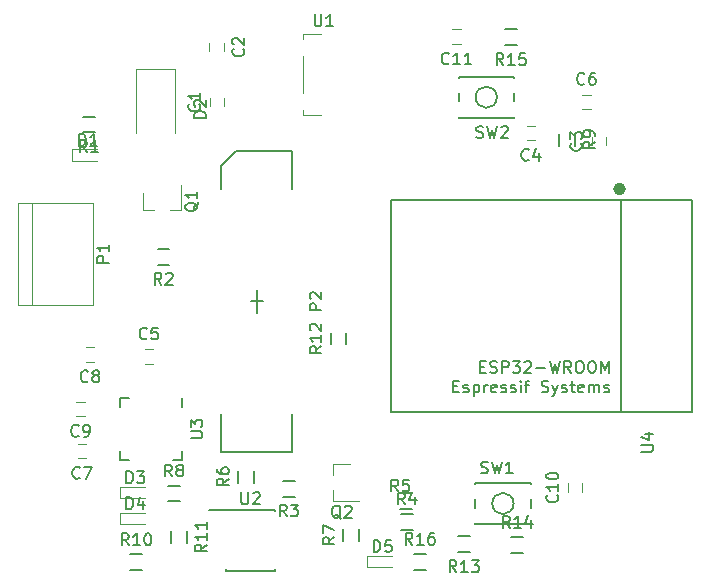
<source format=gto>
G04 #@! TF.FileFunction,Legend,Top*
%FSLAX46Y46*%
G04 Gerber Fmt 4.6, Leading zero omitted, Abs format (unit mm)*
G04 Created by KiCad (PCBNEW 4.0.5-e0-6337~49~ubuntu16.04.1) date Tue Feb 21 22:55:49 2017*
%MOMM*%
%LPD*%
G01*
G04 APERTURE LIST*
%ADD10C,0.100000*%
%ADD11C,0.120000*%
%ADD12C,0.150000*%
%ADD13C,0.500000*%
G04 APERTURE END LIST*
D10*
D11*
X138223700Y-77337400D02*
X138223700Y-76637400D01*
X139423700Y-76637400D02*
X139423700Y-77337400D01*
X139360200Y-71976500D02*
X139360200Y-72676500D01*
X138160200Y-72676500D02*
X138160200Y-71976500D01*
X170545200Y-80677500D02*
X170545200Y-79977500D01*
X171745200Y-79977500D02*
X171745200Y-80677500D01*
X165716700Y-80216300D02*
X165016700Y-80216300D01*
X165016700Y-79016300D02*
X165716700Y-79016300D01*
X132695200Y-97952000D02*
X133395200Y-97952000D01*
X133395200Y-99152000D02*
X132695200Y-99152000D01*
X169741100Y-76387400D02*
X170441100Y-76387400D01*
X170441100Y-77587400D02*
X169741100Y-77587400D01*
X127705600Y-107140300D02*
X127005600Y-107140300D01*
X127005600Y-105940300D02*
X127705600Y-105940300D01*
X128404100Y-98974200D02*
X127704100Y-98974200D01*
X127704100Y-97774200D02*
X128404100Y-97774200D01*
X127604000Y-103584300D02*
X126904000Y-103584300D01*
X126904000Y-102384300D02*
X127604000Y-102384300D01*
X168551300Y-109989100D02*
X168551300Y-109289100D01*
X169751300Y-109289100D02*
X169751300Y-109989100D01*
X159442900Y-72062900D02*
X158742900Y-72062900D01*
X158742900Y-70862900D02*
X159442900Y-70862900D01*
X126563700Y-80983200D02*
X126563700Y-81983200D01*
X126563700Y-81983200D02*
X128663700Y-81983200D01*
X126563700Y-80983200D02*
X128663700Y-80983200D01*
X135266700Y-74197000D02*
X131966700Y-74197000D01*
X131966700Y-74197000D02*
X131966700Y-79597000D01*
X135266700Y-74197000D02*
X135266700Y-79597000D01*
X130576800Y-109570900D02*
X130576800Y-110570900D01*
X130576800Y-110570900D02*
X132676800Y-110570900D01*
X130576800Y-109570900D02*
X132676800Y-109570900D01*
X130576800Y-111768000D02*
X130576800Y-112768000D01*
X130576800Y-112768000D02*
X132676800Y-112768000D01*
X130576800Y-111768000D02*
X132676800Y-111768000D01*
X121928600Y-85515200D02*
X121928600Y-94215200D01*
X128338600Y-85515200D02*
X128338600Y-94215200D01*
X128338600Y-94215200D02*
X121928600Y-94215200D01*
X123158600Y-94215200D02*
X123158600Y-85515200D01*
X121928600Y-85515200D02*
X128338600Y-85515200D01*
D12*
X142189200Y-93878400D02*
X141689200Y-93878400D01*
X142189200Y-93878400D02*
X142689200Y-93878400D01*
X142189200Y-93878400D02*
X142189200Y-92878400D01*
X142189200Y-93878400D02*
X142189200Y-94878400D01*
X145189200Y-81128400D02*
X140439200Y-81128400D01*
X139189200Y-82378400D02*
X140439200Y-81128400D01*
X139189200Y-82378400D02*
X139189200Y-84378400D01*
X145189200Y-84378400D02*
X145189200Y-81128400D01*
X139189200Y-106628400D02*
X139189200Y-103378400D01*
X145189200Y-106628400D02*
X139189200Y-106628400D01*
X145189200Y-103378400D02*
X145189200Y-106628400D01*
D11*
X132582800Y-86167500D02*
X133512800Y-86167500D01*
X135742800Y-86167500D02*
X134812800Y-86167500D01*
X135742800Y-86167500D02*
X135742800Y-84007500D01*
X132582800Y-86167500D02*
X132582800Y-84707500D01*
X148630100Y-107652700D02*
X148630100Y-108582700D01*
X148630100Y-110812700D02*
X148630100Y-109882700D01*
X148630100Y-110812700D02*
X150790100Y-110812700D01*
X148630100Y-107652700D02*
X150090100Y-107652700D01*
D12*
X127452500Y-78230100D02*
X128452500Y-78230100D01*
X128452500Y-79580100D02*
X127452500Y-79580100D01*
X133777100Y-89444200D02*
X134777100Y-89444200D01*
X134777100Y-90794200D02*
X133777100Y-90794200D01*
X144381600Y-109053000D02*
X145381600Y-109053000D01*
X145381600Y-110403000D02*
X144381600Y-110403000D01*
X155389200Y-113197000D02*
X154389200Y-113197000D01*
X154389200Y-111847000D02*
X155389200Y-111847000D01*
X155338400Y-111469800D02*
X154338400Y-111469800D01*
X154338400Y-110119800D02*
X155338400Y-110119800D01*
X141924400Y-108224700D02*
X141924400Y-109224700D01*
X140574400Y-109224700D02*
X140574400Y-108224700D01*
X150865200Y-113177700D02*
X150865200Y-114177700D01*
X149515200Y-114177700D02*
X149515200Y-113177700D01*
X135666100Y-110822100D02*
X134666100Y-110822100D01*
X134666100Y-109472100D02*
X135666100Y-109472100D01*
X167777800Y-80699800D02*
X167777800Y-79699800D01*
X169127800Y-79699800D02*
X169127800Y-80699800D01*
X132478400Y-116651400D02*
X131478400Y-116651400D01*
X131478400Y-115301400D02*
X132478400Y-115301400D01*
X134910200Y-114330100D02*
X134910200Y-113330100D01*
X136260200Y-113330100D02*
X136260200Y-114330100D01*
X149773000Y-96528000D02*
X149773000Y-97528000D01*
X148423000Y-97528000D02*
X148423000Y-96528000D01*
X159215200Y-113777400D02*
X160215200Y-113777400D01*
X160215200Y-115127400D02*
X159215200Y-115127400D01*
X164736400Y-115178200D02*
X163736400Y-115178200D01*
X163736400Y-113828200D02*
X164736400Y-113828200D01*
X163190300Y-70851400D02*
X164190300Y-70851400D01*
X164190300Y-72201400D02*
X163190300Y-72201400D01*
X165367200Y-109248000D02*
X165367200Y-109348000D01*
X165367200Y-112748000D02*
X165367200Y-112648000D01*
X160667200Y-112648000D02*
X160667200Y-112748000D01*
X160667200Y-109248000D02*
X160667200Y-109348000D01*
X160667200Y-110648000D02*
X160667200Y-111348000D01*
X165367200Y-110648000D02*
X165367200Y-111348000D01*
X165367200Y-109248000D02*
X160667200Y-109248000D01*
X160667200Y-112748000D02*
X165367200Y-112748000D01*
X163917200Y-110998000D02*
G75*
G03X163917200Y-110998000I-900000J0D01*
G01*
X159257500Y-78343700D02*
X159257500Y-78243700D01*
X159257500Y-74843700D02*
X159257500Y-74943700D01*
X163957500Y-74943700D02*
X163957500Y-74843700D01*
X163957500Y-78343700D02*
X163957500Y-78243700D01*
X163957500Y-76943700D02*
X163957500Y-76243700D01*
X159257500Y-76943700D02*
X159257500Y-76243700D01*
X159257500Y-78343700D02*
X163957500Y-78343700D01*
X163957500Y-74843700D02*
X159257500Y-74843700D01*
X162507500Y-76593700D02*
G75*
G03X162507500Y-76593700I-900000J0D01*
G01*
D11*
X146131600Y-71626000D02*
X146131600Y-71276000D01*
X146131600Y-71276000D02*
X147631600Y-71276000D01*
X146131600Y-76276000D02*
X146131600Y-73076000D01*
X147631600Y-78076000D02*
X146131600Y-78076000D01*
X146131600Y-78076000D02*
X146131600Y-77676000D01*
D12*
X139555400Y-111521800D02*
X139555400Y-111571800D01*
X143705400Y-111521800D02*
X143705400Y-111666800D01*
X143705400Y-116671800D02*
X143705400Y-116526800D01*
X139555400Y-116671800D02*
X139555400Y-116526800D01*
X139555400Y-111521800D02*
X143705400Y-111521800D01*
X139555400Y-116671800D02*
X143705400Y-116671800D01*
X139555400Y-111571800D02*
X138155400Y-111571800D01*
X135873400Y-107323800D02*
X135123400Y-107323800D01*
X130623400Y-102073800D02*
X131373400Y-102073800D01*
X130623400Y-107323800D02*
X131373400Y-107323800D01*
X135873400Y-102073800D02*
X135873400Y-102823800D01*
X130623400Y-102073800D02*
X130623400Y-102823800D01*
X130623400Y-107323800D02*
X130623400Y-106573800D01*
X135873400Y-107323800D02*
X135873400Y-106573800D01*
D13*
X173167981Y-84374000D02*
G75*
G03X173167981Y-84374000I-283981J0D01*
G01*
D12*
X173030000Y-103280000D02*
X173030000Y-85280000D01*
X179030000Y-85280000D02*
X153530000Y-85280000D01*
X179030000Y-103280000D02*
X153530000Y-103280000D01*
X153530000Y-103280000D02*
X153530000Y-85280000D01*
X179030000Y-103280000D02*
X179030000Y-85280000D01*
D11*
X151519100Y-115400200D02*
X151519100Y-116400200D01*
X151519100Y-116400200D02*
X153619100Y-116400200D01*
X151519100Y-115400200D02*
X153619100Y-115400200D01*
D12*
X156494100Y-116600600D02*
X155494100Y-116600600D01*
X155494100Y-115250600D02*
X156494100Y-115250600D01*
X137280843Y-77154066D02*
X137328462Y-77201685D01*
X137376081Y-77344542D01*
X137376081Y-77439780D01*
X137328462Y-77582638D01*
X137233224Y-77677876D01*
X137137986Y-77725495D01*
X136947510Y-77773114D01*
X136804652Y-77773114D01*
X136614176Y-77725495D01*
X136518938Y-77677876D01*
X136423700Y-77582638D01*
X136376081Y-77439780D01*
X136376081Y-77344542D01*
X136423700Y-77201685D01*
X136471319Y-77154066D01*
X137376081Y-76201685D02*
X137376081Y-76773114D01*
X137376081Y-76487400D02*
X136376081Y-76487400D01*
X136518938Y-76582638D01*
X136614176Y-76677876D01*
X136661795Y-76773114D01*
X141017343Y-72493166D02*
X141064962Y-72540785D01*
X141112581Y-72683642D01*
X141112581Y-72778880D01*
X141064962Y-72921738D01*
X140969724Y-73016976D01*
X140874486Y-73064595D01*
X140684010Y-73112214D01*
X140541152Y-73112214D01*
X140350676Y-73064595D01*
X140255438Y-73016976D01*
X140160200Y-72921738D01*
X140112581Y-72778880D01*
X140112581Y-72683642D01*
X140160200Y-72540785D01*
X140207819Y-72493166D01*
X140207819Y-72112214D02*
X140160200Y-72064595D01*
X140112581Y-71969357D01*
X140112581Y-71731261D01*
X140160200Y-71636023D01*
X140207819Y-71588404D01*
X140303057Y-71540785D01*
X140398295Y-71540785D01*
X140541152Y-71588404D01*
X141112581Y-72159833D01*
X141112581Y-71540785D01*
X169602343Y-80494166D02*
X169649962Y-80541785D01*
X169697581Y-80684642D01*
X169697581Y-80779880D01*
X169649962Y-80922738D01*
X169554724Y-81017976D01*
X169459486Y-81065595D01*
X169269010Y-81113214D01*
X169126152Y-81113214D01*
X168935676Y-81065595D01*
X168840438Y-81017976D01*
X168745200Y-80922738D01*
X168697581Y-80779880D01*
X168697581Y-80684642D01*
X168745200Y-80541785D01*
X168792819Y-80494166D01*
X168697581Y-80160833D02*
X168697581Y-79541785D01*
X169078533Y-79875119D01*
X169078533Y-79732261D01*
X169126152Y-79637023D01*
X169173771Y-79589404D01*
X169269010Y-79541785D01*
X169507105Y-79541785D01*
X169602343Y-79589404D01*
X169649962Y-79637023D01*
X169697581Y-79732261D01*
X169697581Y-80017976D01*
X169649962Y-80113214D01*
X169602343Y-80160833D01*
X165200034Y-81873443D02*
X165152415Y-81921062D01*
X165009558Y-81968681D01*
X164914320Y-81968681D01*
X164771462Y-81921062D01*
X164676224Y-81825824D01*
X164628605Y-81730586D01*
X164580986Y-81540110D01*
X164580986Y-81397252D01*
X164628605Y-81206776D01*
X164676224Y-81111538D01*
X164771462Y-81016300D01*
X164914320Y-80968681D01*
X165009558Y-80968681D01*
X165152415Y-81016300D01*
X165200034Y-81063919D01*
X166057177Y-81302014D02*
X166057177Y-81968681D01*
X165819081Y-80921062D02*
X165580986Y-81635348D01*
X166200034Y-81635348D01*
X132878534Y-97009143D02*
X132830915Y-97056762D01*
X132688058Y-97104381D01*
X132592820Y-97104381D01*
X132449962Y-97056762D01*
X132354724Y-96961524D01*
X132307105Y-96866286D01*
X132259486Y-96675810D01*
X132259486Y-96532952D01*
X132307105Y-96342476D01*
X132354724Y-96247238D01*
X132449962Y-96152000D01*
X132592820Y-96104381D01*
X132688058Y-96104381D01*
X132830915Y-96152000D01*
X132878534Y-96199619D01*
X133783296Y-96104381D02*
X133307105Y-96104381D01*
X133259486Y-96580571D01*
X133307105Y-96532952D01*
X133402343Y-96485333D01*
X133640439Y-96485333D01*
X133735677Y-96532952D01*
X133783296Y-96580571D01*
X133830915Y-96675810D01*
X133830915Y-96913905D01*
X133783296Y-97009143D01*
X133735677Y-97056762D01*
X133640439Y-97104381D01*
X133402343Y-97104381D01*
X133307105Y-97056762D01*
X133259486Y-97009143D01*
X169924434Y-75444543D02*
X169876815Y-75492162D01*
X169733958Y-75539781D01*
X169638720Y-75539781D01*
X169495862Y-75492162D01*
X169400624Y-75396924D01*
X169353005Y-75301686D01*
X169305386Y-75111210D01*
X169305386Y-74968352D01*
X169353005Y-74777876D01*
X169400624Y-74682638D01*
X169495862Y-74587400D01*
X169638720Y-74539781D01*
X169733958Y-74539781D01*
X169876815Y-74587400D01*
X169924434Y-74635019D01*
X170781577Y-74539781D02*
X170591100Y-74539781D01*
X170495862Y-74587400D01*
X170448243Y-74635019D01*
X170353005Y-74777876D01*
X170305386Y-74968352D01*
X170305386Y-75349305D01*
X170353005Y-75444543D01*
X170400624Y-75492162D01*
X170495862Y-75539781D01*
X170686339Y-75539781D01*
X170781577Y-75492162D01*
X170829196Y-75444543D01*
X170876815Y-75349305D01*
X170876815Y-75111210D01*
X170829196Y-75015971D01*
X170781577Y-74968352D01*
X170686339Y-74920733D01*
X170495862Y-74920733D01*
X170400624Y-74968352D01*
X170353005Y-75015971D01*
X170305386Y-75111210D01*
X127188934Y-108797443D02*
X127141315Y-108845062D01*
X126998458Y-108892681D01*
X126903220Y-108892681D01*
X126760362Y-108845062D01*
X126665124Y-108749824D01*
X126617505Y-108654586D01*
X126569886Y-108464110D01*
X126569886Y-108321252D01*
X126617505Y-108130776D01*
X126665124Y-108035538D01*
X126760362Y-107940300D01*
X126903220Y-107892681D01*
X126998458Y-107892681D01*
X127141315Y-107940300D01*
X127188934Y-107987919D01*
X127522267Y-107892681D02*
X128188934Y-107892681D01*
X127760362Y-108892681D01*
X127887434Y-100631343D02*
X127839815Y-100678962D01*
X127696958Y-100726581D01*
X127601720Y-100726581D01*
X127458862Y-100678962D01*
X127363624Y-100583724D01*
X127316005Y-100488486D01*
X127268386Y-100298010D01*
X127268386Y-100155152D01*
X127316005Y-99964676D01*
X127363624Y-99869438D01*
X127458862Y-99774200D01*
X127601720Y-99726581D01*
X127696958Y-99726581D01*
X127839815Y-99774200D01*
X127887434Y-99821819D01*
X128458862Y-100155152D02*
X128363624Y-100107533D01*
X128316005Y-100059914D01*
X128268386Y-99964676D01*
X128268386Y-99917057D01*
X128316005Y-99821819D01*
X128363624Y-99774200D01*
X128458862Y-99726581D01*
X128649339Y-99726581D01*
X128744577Y-99774200D01*
X128792196Y-99821819D01*
X128839815Y-99917057D01*
X128839815Y-99964676D01*
X128792196Y-100059914D01*
X128744577Y-100107533D01*
X128649339Y-100155152D01*
X128458862Y-100155152D01*
X128363624Y-100202771D01*
X128316005Y-100250390D01*
X128268386Y-100345629D01*
X128268386Y-100536105D01*
X128316005Y-100631343D01*
X128363624Y-100678962D01*
X128458862Y-100726581D01*
X128649339Y-100726581D01*
X128744577Y-100678962D01*
X128792196Y-100631343D01*
X128839815Y-100536105D01*
X128839815Y-100345629D01*
X128792196Y-100250390D01*
X128744577Y-100202771D01*
X128649339Y-100155152D01*
X127087334Y-105241443D02*
X127039715Y-105289062D01*
X126896858Y-105336681D01*
X126801620Y-105336681D01*
X126658762Y-105289062D01*
X126563524Y-105193824D01*
X126515905Y-105098586D01*
X126468286Y-104908110D01*
X126468286Y-104765252D01*
X126515905Y-104574776D01*
X126563524Y-104479538D01*
X126658762Y-104384300D01*
X126801620Y-104336681D01*
X126896858Y-104336681D01*
X127039715Y-104384300D01*
X127087334Y-104431919D01*
X127563524Y-105336681D02*
X127754000Y-105336681D01*
X127849239Y-105289062D01*
X127896858Y-105241443D01*
X127992096Y-105098586D01*
X128039715Y-104908110D01*
X128039715Y-104527157D01*
X127992096Y-104431919D01*
X127944477Y-104384300D01*
X127849239Y-104336681D01*
X127658762Y-104336681D01*
X127563524Y-104384300D01*
X127515905Y-104431919D01*
X127468286Y-104527157D01*
X127468286Y-104765252D01*
X127515905Y-104860490D01*
X127563524Y-104908110D01*
X127658762Y-104955729D01*
X127849239Y-104955729D01*
X127944477Y-104908110D01*
X127992096Y-104860490D01*
X128039715Y-104765252D01*
X167608443Y-110281957D02*
X167656062Y-110329576D01*
X167703681Y-110472433D01*
X167703681Y-110567671D01*
X167656062Y-110710529D01*
X167560824Y-110805767D01*
X167465586Y-110853386D01*
X167275110Y-110901005D01*
X167132252Y-110901005D01*
X166941776Y-110853386D01*
X166846538Y-110805767D01*
X166751300Y-110710529D01*
X166703681Y-110567671D01*
X166703681Y-110472433D01*
X166751300Y-110329576D01*
X166798919Y-110281957D01*
X167703681Y-109329576D02*
X167703681Y-109901005D01*
X167703681Y-109615291D02*
X166703681Y-109615291D01*
X166846538Y-109710529D01*
X166941776Y-109805767D01*
X166989395Y-109901005D01*
X166703681Y-108710529D02*
X166703681Y-108615290D01*
X166751300Y-108520052D01*
X166798919Y-108472433D01*
X166894157Y-108424814D01*
X167084633Y-108377195D01*
X167322729Y-108377195D01*
X167513205Y-108424814D01*
X167608443Y-108472433D01*
X167656062Y-108520052D01*
X167703681Y-108615290D01*
X167703681Y-108710529D01*
X167656062Y-108805767D01*
X167608443Y-108853386D01*
X167513205Y-108901005D01*
X167322729Y-108948624D01*
X167084633Y-108948624D01*
X166894157Y-108901005D01*
X166798919Y-108853386D01*
X166751300Y-108805767D01*
X166703681Y-108710529D01*
X158450043Y-73720043D02*
X158402424Y-73767662D01*
X158259567Y-73815281D01*
X158164329Y-73815281D01*
X158021471Y-73767662D01*
X157926233Y-73672424D01*
X157878614Y-73577186D01*
X157830995Y-73386710D01*
X157830995Y-73243852D01*
X157878614Y-73053376D01*
X157926233Y-72958138D01*
X158021471Y-72862900D01*
X158164329Y-72815281D01*
X158259567Y-72815281D01*
X158402424Y-72862900D01*
X158450043Y-72910519D01*
X159402424Y-73815281D02*
X158830995Y-73815281D01*
X159116709Y-73815281D02*
X159116709Y-72815281D01*
X159021471Y-72958138D01*
X158926233Y-73053376D01*
X158830995Y-73100995D01*
X160354805Y-73815281D02*
X159783376Y-73815281D01*
X160069090Y-73815281D02*
X160069090Y-72815281D01*
X159973852Y-72958138D01*
X159878614Y-73053376D01*
X159783376Y-73100995D01*
X127125605Y-80685581D02*
X127125605Y-79685581D01*
X127363700Y-79685581D01*
X127506558Y-79733200D01*
X127601796Y-79828438D01*
X127649415Y-79923676D01*
X127697034Y-80114152D01*
X127697034Y-80257010D01*
X127649415Y-80447486D01*
X127601796Y-80542724D01*
X127506558Y-80637962D01*
X127363700Y-80685581D01*
X127125605Y-80685581D01*
X128649415Y-80685581D02*
X128077986Y-80685581D01*
X128363700Y-80685581D02*
X128363700Y-79685581D01*
X128268462Y-79828438D01*
X128173224Y-79923676D01*
X128077986Y-79971295D01*
X137879081Y-78335095D02*
X136879081Y-78335095D01*
X136879081Y-78097000D01*
X136926700Y-77954142D01*
X137021938Y-77858904D01*
X137117176Y-77811285D01*
X137307652Y-77763666D01*
X137450510Y-77763666D01*
X137640986Y-77811285D01*
X137736224Y-77858904D01*
X137831462Y-77954142D01*
X137879081Y-78097000D01*
X137879081Y-78335095D01*
X136974319Y-77382714D02*
X136926700Y-77335095D01*
X136879081Y-77239857D01*
X136879081Y-77001761D01*
X136926700Y-76906523D01*
X136974319Y-76858904D01*
X137069557Y-76811285D01*
X137164795Y-76811285D01*
X137307652Y-76858904D01*
X137879081Y-77430333D01*
X137879081Y-76811285D01*
X131138705Y-109273281D02*
X131138705Y-108273281D01*
X131376800Y-108273281D01*
X131519658Y-108320900D01*
X131614896Y-108416138D01*
X131662515Y-108511376D01*
X131710134Y-108701852D01*
X131710134Y-108844710D01*
X131662515Y-109035186D01*
X131614896Y-109130424D01*
X131519658Y-109225662D01*
X131376800Y-109273281D01*
X131138705Y-109273281D01*
X132043467Y-108273281D02*
X132662515Y-108273281D01*
X132329181Y-108654233D01*
X132472039Y-108654233D01*
X132567277Y-108701852D01*
X132614896Y-108749471D01*
X132662515Y-108844710D01*
X132662515Y-109082805D01*
X132614896Y-109178043D01*
X132567277Y-109225662D01*
X132472039Y-109273281D01*
X132186324Y-109273281D01*
X132091086Y-109225662D01*
X132043467Y-109178043D01*
X131138705Y-111470381D02*
X131138705Y-110470381D01*
X131376800Y-110470381D01*
X131519658Y-110518000D01*
X131614896Y-110613238D01*
X131662515Y-110708476D01*
X131710134Y-110898952D01*
X131710134Y-111041810D01*
X131662515Y-111232286D01*
X131614896Y-111327524D01*
X131519658Y-111422762D01*
X131376800Y-111470381D01*
X131138705Y-111470381D01*
X132567277Y-110803714D02*
X132567277Y-111470381D01*
X132329181Y-110422762D02*
X132091086Y-111137048D01*
X132710134Y-111137048D01*
X129650981Y-90603295D02*
X128650981Y-90603295D01*
X128650981Y-90222342D01*
X128698600Y-90127104D01*
X128746219Y-90079485D01*
X128841457Y-90031866D01*
X128984314Y-90031866D01*
X129079552Y-90079485D01*
X129127171Y-90127104D01*
X129174790Y-90222342D01*
X129174790Y-90603295D01*
X129650981Y-89079485D02*
X129650981Y-89650914D01*
X129650981Y-89365200D02*
X128650981Y-89365200D01*
X128793838Y-89460438D01*
X128889076Y-89555676D01*
X128936695Y-89650914D01*
X147641581Y-94616495D02*
X146641581Y-94616495D01*
X146641581Y-94235542D01*
X146689200Y-94140304D01*
X146736819Y-94092685D01*
X146832057Y-94045066D01*
X146974914Y-94045066D01*
X147070152Y-94092685D01*
X147117771Y-94140304D01*
X147165390Y-94235542D01*
X147165390Y-94616495D01*
X146736819Y-93664114D02*
X146689200Y-93616495D01*
X146641581Y-93521257D01*
X146641581Y-93283161D01*
X146689200Y-93187923D01*
X146736819Y-93140304D01*
X146832057Y-93092685D01*
X146927295Y-93092685D01*
X147070152Y-93140304D01*
X147641581Y-93711733D01*
X147641581Y-93092685D01*
X137210419Y-85502738D02*
X137162800Y-85597976D01*
X137067562Y-85693214D01*
X136924705Y-85836071D01*
X136877086Y-85931310D01*
X136877086Y-86026548D01*
X137115181Y-85978929D02*
X137067562Y-86074167D01*
X136972324Y-86169405D01*
X136781848Y-86217024D01*
X136448514Y-86217024D01*
X136258038Y-86169405D01*
X136162800Y-86074167D01*
X136115181Y-85978929D01*
X136115181Y-85788452D01*
X136162800Y-85693214D01*
X136258038Y-85597976D01*
X136448514Y-85550357D01*
X136781848Y-85550357D01*
X136972324Y-85597976D01*
X137067562Y-85693214D01*
X137115181Y-85788452D01*
X137115181Y-85978929D01*
X137115181Y-84597976D02*
X137115181Y-85169405D01*
X137115181Y-84883691D02*
X136115181Y-84883691D01*
X136258038Y-84978929D01*
X136353276Y-85074167D01*
X136400895Y-85169405D01*
X149294862Y-112280319D02*
X149199624Y-112232700D01*
X149104386Y-112137462D01*
X148961529Y-111994605D01*
X148866290Y-111946986D01*
X148771052Y-111946986D01*
X148818671Y-112185081D02*
X148723433Y-112137462D01*
X148628195Y-112042224D01*
X148580576Y-111851748D01*
X148580576Y-111518414D01*
X148628195Y-111327938D01*
X148723433Y-111232700D01*
X148818671Y-111185081D01*
X149009148Y-111185081D01*
X149104386Y-111232700D01*
X149199624Y-111327938D01*
X149247243Y-111518414D01*
X149247243Y-111851748D01*
X149199624Y-112042224D01*
X149104386Y-112137462D01*
X149009148Y-112185081D01*
X148818671Y-112185081D01*
X149628195Y-111280319D02*
X149675814Y-111232700D01*
X149771052Y-111185081D01*
X150009148Y-111185081D01*
X150104386Y-111232700D01*
X150152005Y-111280319D01*
X150199624Y-111375557D01*
X150199624Y-111470795D01*
X150152005Y-111613652D01*
X149580576Y-112185081D01*
X150199624Y-112185081D01*
X127785834Y-81257481D02*
X127452500Y-80781290D01*
X127214405Y-81257481D02*
X127214405Y-80257481D01*
X127595358Y-80257481D01*
X127690596Y-80305100D01*
X127738215Y-80352719D01*
X127785834Y-80447957D01*
X127785834Y-80590814D01*
X127738215Y-80686052D01*
X127690596Y-80733671D01*
X127595358Y-80781290D01*
X127214405Y-80781290D01*
X128738215Y-81257481D02*
X128166786Y-81257481D01*
X128452500Y-81257481D02*
X128452500Y-80257481D01*
X128357262Y-80400338D01*
X128262024Y-80495576D01*
X128166786Y-80543195D01*
X134110434Y-92471581D02*
X133777100Y-91995390D01*
X133539005Y-92471581D02*
X133539005Y-91471581D01*
X133919958Y-91471581D01*
X134015196Y-91519200D01*
X134062815Y-91566819D01*
X134110434Y-91662057D01*
X134110434Y-91804914D01*
X134062815Y-91900152D01*
X134015196Y-91947771D01*
X133919958Y-91995390D01*
X133539005Y-91995390D01*
X134491386Y-91566819D02*
X134539005Y-91519200D01*
X134634243Y-91471581D01*
X134872339Y-91471581D01*
X134967577Y-91519200D01*
X135015196Y-91566819D01*
X135062815Y-91662057D01*
X135062815Y-91757295D01*
X135015196Y-91900152D01*
X134443767Y-92471581D01*
X135062815Y-92471581D01*
X144714934Y-112080381D02*
X144381600Y-111604190D01*
X144143505Y-112080381D02*
X144143505Y-111080381D01*
X144524458Y-111080381D01*
X144619696Y-111128000D01*
X144667315Y-111175619D01*
X144714934Y-111270857D01*
X144714934Y-111413714D01*
X144667315Y-111508952D01*
X144619696Y-111556571D01*
X144524458Y-111604190D01*
X144143505Y-111604190D01*
X145048267Y-111080381D02*
X145667315Y-111080381D01*
X145333981Y-111461333D01*
X145476839Y-111461333D01*
X145572077Y-111508952D01*
X145619696Y-111556571D01*
X145667315Y-111651810D01*
X145667315Y-111889905D01*
X145619696Y-111985143D01*
X145572077Y-112032762D01*
X145476839Y-112080381D01*
X145191124Y-112080381D01*
X145095886Y-112032762D01*
X145048267Y-111985143D01*
X154722534Y-111074381D02*
X154389200Y-110598190D01*
X154151105Y-111074381D02*
X154151105Y-110074381D01*
X154532058Y-110074381D01*
X154627296Y-110122000D01*
X154674915Y-110169619D01*
X154722534Y-110264857D01*
X154722534Y-110407714D01*
X154674915Y-110502952D01*
X154627296Y-110550571D01*
X154532058Y-110598190D01*
X154151105Y-110598190D01*
X155579677Y-110407714D02*
X155579677Y-111074381D01*
X155341581Y-110026762D02*
X155103486Y-110741048D01*
X155722534Y-110741048D01*
X154151734Y-109977181D02*
X153818400Y-109500990D01*
X153580305Y-109977181D02*
X153580305Y-108977181D01*
X153961258Y-108977181D01*
X154056496Y-109024800D01*
X154104115Y-109072419D01*
X154151734Y-109167657D01*
X154151734Y-109310514D01*
X154104115Y-109405752D01*
X154056496Y-109453371D01*
X153961258Y-109500990D01*
X153580305Y-109500990D01*
X155056496Y-108977181D02*
X154580305Y-108977181D01*
X154532686Y-109453371D01*
X154580305Y-109405752D01*
X154675543Y-109358133D01*
X154913639Y-109358133D01*
X155008877Y-109405752D01*
X155056496Y-109453371D01*
X155104115Y-109548610D01*
X155104115Y-109786705D01*
X155056496Y-109881943D01*
X155008877Y-109929562D01*
X154913639Y-109977181D01*
X154675543Y-109977181D01*
X154580305Y-109929562D01*
X154532686Y-109881943D01*
X139801781Y-108891366D02*
X139325590Y-109224700D01*
X139801781Y-109462795D02*
X138801781Y-109462795D01*
X138801781Y-109081842D01*
X138849400Y-108986604D01*
X138897019Y-108938985D01*
X138992257Y-108891366D01*
X139135114Y-108891366D01*
X139230352Y-108938985D01*
X139277971Y-108986604D01*
X139325590Y-109081842D01*
X139325590Y-109462795D01*
X138801781Y-108034223D02*
X138801781Y-108224700D01*
X138849400Y-108319938D01*
X138897019Y-108367557D01*
X139039876Y-108462795D01*
X139230352Y-108510414D01*
X139611305Y-108510414D01*
X139706543Y-108462795D01*
X139754162Y-108415176D01*
X139801781Y-108319938D01*
X139801781Y-108129461D01*
X139754162Y-108034223D01*
X139706543Y-107986604D01*
X139611305Y-107938985D01*
X139373210Y-107938985D01*
X139277971Y-107986604D01*
X139230352Y-108034223D01*
X139182733Y-108129461D01*
X139182733Y-108319938D01*
X139230352Y-108415176D01*
X139277971Y-108462795D01*
X139373210Y-108510414D01*
X148742581Y-113844366D02*
X148266390Y-114177700D01*
X148742581Y-114415795D02*
X147742581Y-114415795D01*
X147742581Y-114034842D01*
X147790200Y-113939604D01*
X147837819Y-113891985D01*
X147933057Y-113844366D01*
X148075914Y-113844366D01*
X148171152Y-113891985D01*
X148218771Y-113939604D01*
X148266390Y-114034842D01*
X148266390Y-114415795D01*
X147742581Y-113511033D02*
X147742581Y-112844366D01*
X148742581Y-113272938D01*
X134999434Y-108699481D02*
X134666100Y-108223290D01*
X134428005Y-108699481D02*
X134428005Y-107699481D01*
X134808958Y-107699481D01*
X134904196Y-107747100D01*
X134951815Y-107794719D01*
X134999434Y-107889957D01*
X134999434Y-108032814D01*
X134951815Y-108128052D01*
X134904196Y-108175671D01*
X134808958Y-108223290D01*
X134428005Y-108223290D01*
X135570862Y-108128052D02*
X135475624Y-108080433D01*
X135428005Y-108032814D01*
X135380386Y-107937576D01*
X135380386Y-107889957D01*
X135428005Y-107794719D01*
X135475624Y-107747100D01*
X135570862Y-107699481D01*
X135761339Y-107699481D01*
X135856577Y-107747100D01*
X135904196Y-107794719D01*
X135951815Y-107889957D01*
X135951815Y-107937576D01*
X135904196Y-108032814D01*
X135856577Y-108080433D01*
X135761339Y-108128052D01*
X135570862Y-108128052D01*
X135475624Y-108175671D01*
X135428005Y-108223290D01*
X135380386Y-108318529D01*
X135380386Y-108509005D01*
X135428005Y-108604243D01*
X135475624Y-108651862D01*
X135570862Y-108699481D01*
X135761339Y-108699481D01*
X135856577Y-108651862D01*
X135904196Y-108604243D01*
X135951815Y-108509005D01*
X135951815Y-108318529D01*
X135904196Y-108223290D01*
X135856577Y-108175671D01*
X135761339Y-108128052D01*
X170805181Y-80366466D02*
X170328990Y-80699800D01*
X170805181Y-80937895D02*
X169805181Y-80937895D01*
X169805181Y-80556942D01*
X169852800Y-80461704D01*
X169900419Y-80414085D01*
X169995657Y-80366466D01*
X170138514Y-80366466D01*
X170233752Y-80414085D01*
X170281371Y-80461704D01*
X170328990Y-80556942D01*
X170328990Y-80937895D01*
X170805181Y-79890276D02*
X170805181Y-79699800D01*
X170757562Y-79604561D01*
X170709943Y-79556942D01*
X170567086Y-79461704D01*
X170376610Y-79414085D01*
X169995657Y-79414085D01*
X169900419Y-79461704D01*
X169852800Y-79509323D01*
X169805181Y-79604561D01*
X169805181Y-79795038D01*
X169852800Y-79890276D01*
X169900419Y-79937895D01*
X169995657Y-79985514D01*
X170233752Y-79985514D01*
X170328990Y-79937895D01*
X170376610Y-79890276D01*
X170424229Y-79795038D01*
X170424229Y-79604561D01*
X170376610Y-79509323D01*
X170328990Y-79461704D01*
X170233752Y-79414085D01*
X131335543Y-114528781D02*
X131002209Y-114052590D01*
X130764114Y-114528781D02*
X130764114Y-113528781D01*
X131145067Y-113528781D01*
X131240305Y-113576400D01*
X131287924Y-113624019D01*
X131335543Y-113719257D01*
X131335543Y-113862114D01*
X131287924Y-113957352D01*
X131240305Y-114004971D01*
X131145067Y-114052590D01*
X130764114Y-114052590D01*
X132287924Y-114528781D02*
X131716495Y-114528781D01*
X132002209Y-114528781D02*
X132002209Y-113528781D01*
X131906971Y-113671638D01*
X131811733Y-113766876D01*
X131716495Y-113814495D01*
X132906971Y-113528781D02*
X133002210Y-113528781D01*
X133097448Y-113576400D01*
X133145067Y-113624019D01*
X133192686Y-113719257D01*
X133240305Y-113909733D01*
X133240305Y-114147829D01*
X133192686Y-114338305D01*
X133145067Y-114433543D01*
X133097448Y-114481162D01*
X133002210Y-114528781D01*
X132906971Y-114528781D01*
X132811733Y-114481162D01*
X132764114Y-114433543D01*
X132716495Y-114338305D01*
X132668876Y-114147829D01*
X132668876Y-113909733D01*
X132716495Y-113719257D01*
X132764114Y-113624019D01*
X132811733Y-113576400D01*
X132906971Y-113528781D01*
X137937581Y-114472957D02*
X137461390Y-114806291D01*
X137937581Y-115044386D02*
X136937581Y-115044386D01*
X136937581Y-114663433D01*
X136985200Y-114568195D01*
X137032819Y-114520576D01*
X137128057Y-114472957D01*
X137270914Y-114472957D01*
X137366152Y-114520576D01*
X137413771Y-114568195D01*
X137461390Y-114663433D01*
X137461390Y-115044386D01*
X137937581Y-113520576D02*
X137937581Y-114092005D01*
X137937581Y-113806291D02*
X136937581Y-113806291D01*
X137080438Y-113901529D01*
X137175676Y-113996767D01*
X137223295Y-114092005D01*
X137937581Y-112568195D02*
X137937581Y-113139624D01*
X137937581Y-112853910D02*
X136937581Y-112853910D01*
X137080438Y-112949148D01*
X137175676Y-113044386D01*
X137223295Y-113139624D01*
X147650381Y-97670857D02*
X147174190Y-98004191D01*
X147650381Y-98242286D02*
X146650381Y-98242286D01*
X146650381Y-97861333D01*
X146698000Y-97766095D01*
X146745619Y-97718476D01*
X146840857Y-97670857D01*
X146983714Y-97670857D01*
X147078952Y-97718476D01*
X147126571Y-97766095D01*
X147174190Y-97861333D01*
X147174190Y-98242286D01*
X147650381Y-96718476D02*
X147650381Y-97289905D01*
X147650381Y-97004191D02*
X146650381Y-97004191D01*
X146793238Y-97099429D01*
X146888476Y-97194667D01*
X146936095Y-97289905D01*
X146745619Y-96337524D02*
X146698000Y-96289905D01*
X146650381Y-96194667D01*
X146650381Y-95956571D01*
X146698000Y-95861333D01*
X146745619Y-95813714D01*
X146840857Y-95766095D01*
X146936095Y-95766095D01*
X147078952Y-95813714D01*
X147650381Y-96385143D01*
X147650381Y-95766095D01*
X159072343Y-116804781D02*
X158739009Y-116328590D01*
X158500914Y-116804781D02*
X158500914Y-115804781D01*
X158881867Y-115804781D01*
X158977105Y-115852400D01*
X159024724Y-115900019D01*
X159072343Y-115995257D01*
X159072343Y-116138114D01*
X159024724Y-116233352D01*
X158977105Y-116280971D01*
X158881867Y-116328590D01*
X158500914Y-116328590D01*
X160024724Y-116804781D02*
X159453295Y-116804781D01*
X159739009Y-116804781D02*
X159739009Y-115804781D01*
X159643771Y-115947638D01*
X159548533Y-116042876D01*
X159453295Y-116090495D01*
X160358057Y-115804781D02*
X160977105Y-115804781D01*
X160643771Y-116185733D01*
X160786629Y-116185733D01*
X160881867Y-116233352D01*
X160929486Y-116280971D01*
X160977105Y-116376210D01*
X160977105Y-116614305D01*
X160929486Y-116709543D01*
X160881867Y-116757162D01*
X160786629Y-116804781D01*
X160500914Y-116804781D01*
X160405676Y-116757162D01*
X160358057Y-116709543D01*
X163593543Y-113055581D02*
X163260209Y-112579390D01*
X163022114Y-113055581D02*
X163022114Y-112055581D01*
X163403067Y-112055581D01*
X163498305Y-112103200D01*
X163545924Y-112150819D01*
X163593543Y-112246057D01*
X163593543Y-112388914D01*
X163545924Y-112484152D01*
X163498305Y-112531771D01*
X163403067Y-112579390D01*
X163022114Y-112579390D01*
X164545924Y-113055581D02*
X163974495Y-113055581D01*
X164260209Y-113055581D02*
X164260209Y-112055581D01*
X164164971Y-112198438D01*
X164069733Y-112293676D01*
X163974495Y-112341295D01*
X165403067Y-112388914D02*
X165403067Y-113055581D01*
X165164971Y-112007962D02*
X164926876Y-112722248D01*
X165545924Y-112722248D01*
X163047443Y-73878781D02*
X162714109Y-73402590D01*
X162476014Y-73878781D02*
X162476014Y-72878781D01*
X162856967Y-72878781D01*
X162952205Y-72926400D01*
X162999824Y-72974019D01*
X163047443Y-73069257D01*
X163047443Y-73212114D01*
X162999824Y-73307352D01*
X162952205Y-73354971D01*
X162856967Y-73402590D01*
X162476014Y-73402590D01*
X163999824Y-73878781D02*
X163428395Y-73878781D01*
X163714109Y-73878781D02*
X163714109Y-72878781D01*
X163618871Y-73021638D01*
X163523633Y-73116876D01*
X163428395Y-73164495D01*
X164904586Y-72878781D02*
X164428395Y-72878781D01*
X164380776Y-73354971D01*
X164428395Y-73307352D01*
X164523633Y-73259733D01*
X164761729Y-73259733D01*
X164856967Y-73307352D01*
X164904586Y-73354971D01*
X164952205Y-73450210D01*
X164952205Y-73688305D01*
X164904586Y-73783543D01*
X164856967Y-73831162D01*
X164761729Y-73878781D01*
X164523633Y-73878781D01*
X164428395Y-73831162D01*
X164380776Y-73783543D01*
X161183867Y-108402762D02*
X161326724Y-108450381D01*
X161564820Y-108450381D01*
X161660058Y-108402762D01*
X161707677Y-108355143D01*
X161755296Y-108259905D01*
X161755296Y-108164667D01*
X161707677Y-108069429D01*
X161660058Y-108021810D01*
X161564820Y-107974190D01*
X161374343Y-107926571D01*
X161279105Y-107878952D01*
X161231486Y-107831333D01*
X161183867Y-107736095D01*
X161183867Y-107640857D01*
X161231486Y-107545619D01*
X161279105Y-107498000D01*
X161374343Y-107450381D01*
X161612439Y-107450381D01*
X161755296Y-107498000D01*
X162088629Y-107450381D02*
X162326724Y-108450381D01*
X162517201Y-107736095D01*
X162707677Y-108450381D01*
X162945772Y-107450381D01*
X163850534Y-108450381D02*
X163279105Y-108450381D01*
X163564819Y-108450381D02*
X163564819Y-107450381D01*
X163469581Y-107593238D01*
X163374343Y-107688476D01*
X163279105Y-107736095D01*
X160774167Y-79998462D02*
X160917024Y-80046081D01*
X161155120Y-80046081D01*
X161250358Y-79998462D01*
X161297977Y-79950843D01*
X161345596Y-79855605D01*
X161345596Y-79760367D01*
X161297977Y-79665129D01*
X161250358Y-79617510D01*
X161155120Y-79569890D01*
X160964643Y-79522271D01*
X160869405Y-79474652D01*
X160821786Y-79427033D01*
X160774167Y-79331795D01*
X160774167Y-79236557D01*
X160821786Y-79141319D01*
X160869405Y-79093700D01*
X160964643Y-79046081D01*
X161202739Y-79046081D01*
X161345596Y-79093700D01*
X161678929Y-79046081D02*
X161917024Y-80046081D01*
X162107501Y-79331795D01*
X162297977Y-80046081D01*
X162536072Y-79046081D01*
X162869405Y-79141319D02*
X162917024Y-79093700D01*
X163012262Y-79046081D01*
X163250358Y-79046081D01*
X163345596Y-79093700D01*
X163393215Y-79141319D01*
X163440834Y-79236557D01*
X163440834Y-79331795D01*
X163393215Y-79474652D01*
X162821786Y-80046081D01*
X163440834Y-80046081D01*
X147069695Y-69578381D02*
X147069695Y-70387905D01*
X147117314Y-70483143D01*
X147164933Y-70530762D01*
X147260171Y-70578381D01*
X147450648Y-70578381D01*
X147545886Y-70530762D01*
X147593505Y-70483143D01*
X147641124Y-70387905D01*
X147641124Y-69578381D01*
X148641124Y-70578381D02*
X148069695Y-70578381D01*
X148355409Y-70578381D02*
X148355409Y-69578381D01*
X148260171Y-69721238D01*
X148164933Y-69816476D01*
X148069695Y-69864095D01*
X140868495Y-110049181D02*
X140868495Y-110858705D01*
X140916114Y-110953943D01*
X140963733Y-111001562D01*
X141058971Y-111049181D01*
X141249448Y-111049181D01*
X141344686Y-111001562D01*
X141392305Y-110953943D01*
X141439924Y-110858705D01*
X141439924Y-110049181D01*
X141868495Y-110144419D02*
X141916114Y-110096800D01*
X142011352Y-110049181D01*
X142249448Y-110049181D01*
X142344686Y-110096800D01*
X142392305Y-110144419D01*
X142439924Y-110239657D01*
X142439924Y-110334895D01*
X142392305Y-110477752D01*
X141820876Y-111049181D01*
X142439924Y-111049181D01*
X136575781Y-105460705D02*
X137385305Y-105460705D01*
X137480543Y-105413086D01*
X137528162Y-105365467D01*
X137575781Y-105270229D01*
X137575781Y-105079752D01*
X137528162Y-104984514D01*
X137480543Y-104936895D01*
X137385305Y-104889276D01*
X136575781Y-104889276D01*
X136575781Y-104508324D02*
X136575781Y-103889276D01*
X136956733Y-104222610D01*
X136956733Y-104079752D01*
X137004352Y-103984514D01*
X137051971Y-103936895D01*
X137147210Y-103889276D01*
X137385305Y-103889276D01*
X137480543Y-103936895D01*
X137528162Y-103984514D01*
X137575781Y-104079752D01*
X137575781Y-104365467D01*
X137528162Y-104460705D01*
X137480543Y-104508324D01*
X174749381Y-106598905D02*
X175558905Y-106598905D01*
X175654143Y-106551286D01*
X175701762Y-106503667D01*
X175749381Y-106408429D01*
X175749381Y-106217952D01*
X175701762Y-106122714D01*
X175654143Y-106075095D01*
X175558905Y-106027476D01*
X174749381Y-106027476D01*
X175082714Y-105122714D02*
X175749381Y-105122714D01*
X174701762Y-105360810D02*
X175416048Y-105598905D01*
X175416048Y-104979857D01*
X158819570Y-101066571D02*
X159152904Y-101066571D01*
X159295761Y-101590381D02*
X158819570Y-101590381D01*
X158819570Y-100590381D01*
X159295761Y-100590381D01*
X159676713Y-101542762D02*
X159771951Y-101590381D01*
X159962427Y-101590381D01*
X160057666Y-101542762D01*
X160105285Y-101447524D01*
X160105285Y-101399905D01*
X160057666Y-101304667D01*
X159962427Y-101257048D01*
X159819570Y-101257048D01*
X159724332Y-101209429D01*
X159676713Y-101114190D01*
X159676713Y-101066571D01*
X159724332Y-100971333D01*
X159819570Y-100923714D01*
X159962427Y-100923714D01*
X160057666Y-100971333D01*
X160533856Y-100923714D02*
X160533856Y-101923714D01*
X160533856Y-100971333D02*
X160629094Y-100923714D01*
X160819571Y-100923714D01*
X160914809Y-100971333D01*
X160962428Y-101018952D01*
X161010047Y-101114190D01*
X161010047Y-101399905D01*
X160962428Y-101495143D01*
X160914809Y-101542762D01*
X160819571Y-101590381D01*
X160629094Y-101590381D01*
X160533856Y-101542762D01*
X161438618Y-101590381D02*
X161438618Y-100923714D01*
X161438618Y-101114190D02*
X161486237Y-101018952D01*
X161533856Y-100971333D01*
X161629094Y-100923714D01*
X161724333Y-100923714D01*
X162438619Y-101542762D02*
X162343381Y-101590381D01*
X162152904Y-101590381D01*
X162057666Y-101542762D01*
X162010047Y-101447524D01*
X162010047Y-101066571D01*
X162057666Y-100971333D01*
X162152904Y-100923714D01*
X162343381Y-100923714D01*
X162438619Y-100971333D01*
X162486238Y-101066571D01*
X162486238Y-101161810D01*
X162010047Y-101257048D01*
X162867190Y-101542762D02*
X162962428Y-101590381D01*
X163152904Y-101590381D01*
X163248143Y-101542762D01*
X163295762Y-101447524D01*
X163295762Y-101399905D01*
X163248143Y-101304667D01*
X163152904Y-101257048D01*
X163010047Y-101257048D01*
X162914809Y-101209429D01*
X162867190Y-101114190D01*
X162867190Y-101066571D01*
X162914809Y-100971333D01*
X163010047Y-100923714D01*
X163152904Y-100923714D01*
X163248143Y-100971333D01*
X163676714Y-101542762D02*
X163771952Y-101590381D01*
X163962428Y-101590381D01*
X164057667Y-101542762D01*
X164105286Y-101447524D01*
X164105286Y-101399905D01*
X164057667Y-101304667D01*
X163962428Y-101257048D01*
X163819571Y-101257048D01*
X163724333Y-101209429D01*
X163676714Y-101114190D01*
X163676714Y-101066571D01*
X163724333Y-100971333D01*
X163819571Y-100923714D01*
X163962428Y-100923714D01*
X164057667Y-100971333D01*
X164533857Y-101590381D02*
X164533857Y-100923714D01*
X164533857Y-100590381D02*
X164486238Y-100638000D01*
X164533857Y-100685619D01*
X164581476Y-100638000D01*
X164533857Y-100590381D01*
X164533857Y-100685619D01*
X164867190Y-100923714D02*
X165248142Y-100923714D01*
X165010047Y-101590381D02*
X165010047Y-100733238D01*
X165057666Y-100638000D01*
X165152904Y-100590381D01*
X165248142Y-100590381D01*
X166295762Y-101542762D02*
X166438619Y-101590381D01*
X166676715Y-101590381D01*
X166771953Y-101542762D01*
X166819572Y-101495143D01*
X166867191Y-101399905D01*
X166867191Y-101304667D01*
X166819572Y-101209429D01*
X166771953Y-101161810D01*
X166676715Y-101114190D01*
X166486238Y-101066571D01*
X166391000Y-101018952D01*
X166343381Y-100971333D01*
X166295762Y-100876095D01*
X166295762Y-100780857D01*
X166343381Y-100685619D01*
X166391000Y-100638000D01*
X166486238Y-100590381D01*
X166724334Y-100590381D01*
X166867191Y-100638000D01*
X167200524Y-100923714D02*
X167438619Y-101590381D01*
X167676715Y-100923714D02*
X167438619Y-101590381D01*
X167343381Y-101828476D01*
X167295762Y-101876095D01*
X167200524Y-101923714D01*
X168010048Y-101542762D02*
X168105286Y-101590381D01*
X168295762Y-101590381D01*
X168391001Y-101542762D01*
X168438620Y-101447524D01*
X168438620Y-101399905D01*
X168391001Y-101304667D01*
X168295762Y-101257048D01*
X168152905Y-101257048D01*
X168057667Y-101209429D01*
X168010048Y-101114190D01*
X168010048Y-101066571D01*
X168057667Y-100971333D01*
X168152905Y-100923714D01*
X168295762Y-100923714D01*
X168391001Y-100971333D01*
X168724334Y-100923714D02*
X169105286Y-100923714D01*
X168867191Y-100590381D02*
X168867191Y-101447524D01*
X168914810Y-101542762D01*
X169010048Y-101590381D01*
X169105286Y-101590381D01*
X169819573Y-101542762D02*
X169724335Y-101590381D01*
X169533858Y-101590381D01*
X169438620Y-101542762D01*
X169391001Y-101447524D01*
X169391001Y-101066571D01*
X169438620Y-100971333D01*
X169533858Y-100923714D01*
X169724335Y-100923714D01*
X169819573Y-100971333D01*
X169867192Y-101066571D01*
X169867192Y-101161810D01*
X169391001Y-101257048D01*
X170295763Y-101590381D02*
X170295763Y-100923714D01*
X170295763Y-101018952D02*
X170343382Y-100971333D01*
X170438620Y-100923714D01*
X170581478Y-100923714D01*
X170676716Y-100971333D01*
X170724335Y-101066571D01*
X170724335Y-101590381D01*
X170724335Y-101066571D02*
X170771954Y-100971333D01*
X170867192Y-100923714D01*
X171010049Y-100923714D01*
X171105287Y-100971333D01*
X171152906Y-101066571D01*
X171152906Y-101590381D01*
X171581477Y-101542762D02*
X171676715Y-101590381D01*
X171867191Y-101590381D01*
X171962430Y-101542762D01*
X172010049Y-101447524D01*
X172010049Y-101399905D01*
X171962430Y-101304667D01*
X171867191Y-101257048D01*
X171724334Y-101257048D01*
X171629096Y-101209429D01*
X171581477Y-101114190D01*
X171581477Y-101066571D01*
X171629096Y-100971333D01*
X171724334Y-100923714D01*
X171867191Y-100923714D01*
X171962430Y-100971333D01*
X161081619Y-99415571D02*
X161414953Y-99415571D01*
X161557810Y-99939381D02*
X161081619Y-99939381D01*
X161081619Y-98939381D01*
X161557810Y-98939381D01*
X161938762Y-99891762D02*
X162081619Y-99939381D01*
X162319715Y-99939381D01*
X162414953Y-99891762D01*
X162462572Y-99844143D01*
X162510191Y-99748905D01*
X162510191Y-99653667D01*
X162462572Y-99558429D01*
X162414953Y-99510810D01*
X162319715Y-99463190D01*
X162129238Y-99415571D01*
X162034000Y-99367952D01*
X161986381Y-99320333D01*
X161938762Y-99225095D01*
X161938762Y-99129857D01*
X161986381Y-99034619D01*
X162034000Y-98987000D01*
X162129238Y-98939381D01*
X162367334Y-98939381D01*
X162510191Y-98987000D01*
X162938762Y-99939381D02*
X162938762Y-98939381D01*
X163319715Y-98939381D01*
X163414953Y-98987000D01*
X163462572Y-99034619D01*
X163510191Y-99129857D01*
X163510191Y-99272714D01*
X163462572Y-99367952D01*
X163414953Y-99415571D01*
X163319715Y-99463190D01*
X162938762Y-99463190D01*
X163843524Y-98939381D02*
X164462572Y-98939381D01*
X164129238Y-99320333D01*
X164272096Y-99320333D01*
X164367334Y-99367952D01*
X164414953Y-99415571D01*
X164462572Y-99510810D01*
X164462572Y-99748905D01*
X164414953Y-99844143D01*
X164367334Y-99891762D01*
X164272096Y-99939381D01*
X163986381Y-99939381D01*
X163891143Y-99891762D01*
X163843524Y-99844143D01*
X164843524Y-99034619D02*
X164891143Y-98987000D01*
X164986381Y-98939381D01*
X165224477Y-98939381D01*
X165319715Y-98987000D01*
X165367334Y-99034619D01*
X165414953Y-99129857D01*
X165414953Y-99225095D01*
X165367334Y-99367952D01*
X164795905Y-99939381D01*
X165414953Y-99939381D01*
X165843524Y-99558429D02*
X166605429Y-99558429D01*
X166986381Y-98939381D02*
X167224476Y-99939381D01*
X167414953Y-99225095D01*
X167605429Y-99939381D01*
X167843524Y-98939381D01*
X168795905Y-99939381D02*
X168462571Y-99463190D01*
X168224476Y-99939381D02*
X168224476Y-98939381D01*
X168605429Y-98939381D01*
X168700667Y-98987000D01*
X168748286Y-99034619D01*
X168795905Y-99129857D01*
X168795905Y-99272714D01*
X168748286Y-99367952D01*
X168700667Y-99415571D01*
X168605429Y-99463190D01*
X168224476Y-99463190D01*
X169414952Y-98939381D02*
X169605429Y-98939381D01*
X169700667Y-98987000D01*
X169795905Y-99082238D01*
X169843524Y-99272714D01*
X169843524Y-99606048D01*
X169795905Y-99796524D01*
X169700667Y-99891762D01*
X169605429Y-99939381D01*
X169414952Y-99939381D01*
X169319714Y-99891762D01*
X169224476Y-99796524D01*
X169176857Y-99606048D01*
X169176857Y-99272714D01*
X169224476Y-99082238D01*
X169319714Y-98987000D01*
X169414952Y-98939381D01*
X170462571Y-98939381D02*
X170653048Y-98939381D01*
X170748286Y-98987000D01*
X170843524Y-99082238D01*
X170891143Y-99272714D01*
X170891143Y-99606048D01*
X170843524Y-99796524D01*
X170748286Y-99891762D01*
X170653048Y-99939381D01*
X170462571Y-99939381D01*
X170367333Y-99891762D01*
X170272095Y-99796524D01*
X170224476Y-99606048D01*
X170224476Y-99272714D01*
X170272095Y-99082238D01*
X170367333Y-98987000D01*
X170462571Y-98939381D01*
X171319714Y-99939381D02*
X171319714Y-98939381D01*
X171653048Y-99653667D01*
X171986381Y-98939381D01*
X171986381Y-99939381D01*
X152081005Y-115102581D02*
X152081005Y-114102581D01*
X152319100Y-114102581D01*
X152461958Y-114150200D01*
X152557196Y-114245438D01*
X152604815Y-114340676D01*
X152652434Y-114531152D01*
X152652434Y-114674010D01*
X152604815Y-114864486D01*
X152557196Y-114959724D01*
X152461958Y-115054962D01*
X152319100Y-115102581D01*
X152081005Y-115102581D01*
X153557196Y-114102581D02*
X153081005Y-114102581D01*
X153033386Y-114578771D01*
X153081005Y-114531152D01*
X153176243Y-114483533D01*
X153414339Y-114483533D01*
X153509577Y-114531152D01*
X153557196Y-114578771D01*
X153604815Y-114674010D01*
X153604815Y-114912105D01*
X153557196Y-115007343D01*
X153509577Y-115054962D01*
X153414339Y-115102581D01*
X153176243Y-115102581D01*
X153081005Y-115054962D01*
X153033386Y-115007343D01*
X155351243Y-114477981D02*
X155017909Y-114001790D01*
X154779814Y-114477981D02*
X154779814Y-113477981D01*
X155160767Y-113477981D01*
X155256005Y-113525600D01*
X155303624Y-113573219D01*
X155351243Y-113668457D01*
X155351243Y-113811314D01*
X155303624Y-113906552D01*
X155256005Y-113954171D01*
X155160767Y-114001790D01*
X154779814Y-114001790D01*
X156303624Y-114477981D02*
X155732195Y-114477981D01*
X156017909Y-114477981D02*
X156017909Y-113477981D01*
X155922671Y-113620838D01*
X155827433Y-113716076D01*
X155732195Y-113763695D01*
X157160767Y-113477981D02*
X156970290Y-113477981D01*
X156875052Y-113525600D01*
X156827433Y-113573219D01*
X156732195Y-113716076D01*
X156684576Y-113906552D01*
X156684576Y-114287505D01*
X156732195Y-114382743D01*
X156779814Y-114430362D01*
X156875052Y-114477981D01*
X157065529Y-114477981D01*
X157160767Y-114430362D01*
X157208386Y-114382743D01*
X157256005Y-114287505D01*
X157256005Y-114049410D01*
X157208386Y-113954171D01*
X157160767Y-113906552D01*
X157065529Y-113858933D01*
X156875052Y-113858933D01*
X156779814Y-113906552D01*
X156732195Y-113954171D01*
X156684576Y-114049410D01*
M02*

</source>
